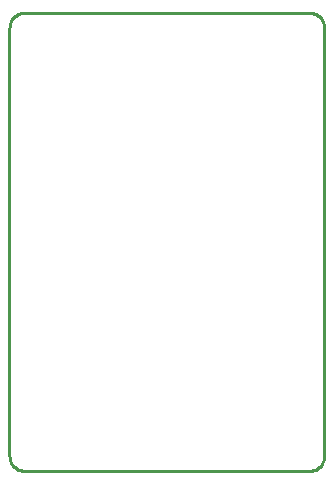
<source format=gbr>
G04 EAGLE Gerber RS-274X export*
G75*
%MOMM*%
%FSLAX34Y34*%
%LPD*%
%IN*%
%IPPOS*%
%AMOC8*
5,1,8,0,0,1.08239X$1,22.5*%
G01*
G04 Define Apertures*
%ADD10C,0.254000*%
D10*
X0Y12700D02*
X48Y11593D01*
X193Y10495D01*
X433Y9413D01*
X766Y8356D01*
X1190Y7333D01*
X1701Y6350D01*
X2297Y5416D01*
X2971Y4537D01*
X3720Y3720D01*
X4537Y2971D01*
X5416Y2297D01*
X6350Y1701D01*
X7333Y1190D01*
X8356Y766D01*
X9413Y433D01*
X10495Y193D01*
X11593Y48D01*
X12700Y0D01*
X253800Y0D01*
X254907Y48D01*
X256005Y193D01*
X257087Y433D01*
X258144Y766D01*
X259167Y1190D01*
X260150Y1701D01*
X261085Y2297D01*
X261964Y2971D01*
X262780Y3720D01*
X263529Y4537D01*
X264203Y5416D01*
X264799Y6350D01*
X265310Y7333D01*
X265734Y8356D01*
X266067Y9413D01*
X266307Y10495D01*
X266452Y11593D01*
X266500Y12700D01*
X266500Y375160D01*
X266452Y376267D01*
X266307Y377365D01*
X266067Y378447D01*
X265734Y379504D01*
X265310Y380527D01*
X264799Y381510D01*
X264203Y382444D01*
X263529Y383323D01*
X262780Y384140D01*
X261964Y384889D01*
X261085Y385563D01*
X260150Y386159D01*
X259167Y386670D01*
X258144Y387094D01*
X257087Y387427D01*
X256005Y387667D01*
X254907Y387812D01*
X253800Y387860D01*
X12700Y387860D01*
X11593Y387812D01*
X10495Y387667D01*
X9413Y387427D01*
X8356Y387094D01*
X7333Y386670D01*
X6350Y386159D01*
X5416Y385563D01*
X4537Y384889D01*
X3720Y384140D01*
X2971Y383323D01*
X2297Y382444D01*
X1701Y381510D01*
X1190Y380527D01*
X766Y379504D01*
X433Y378447D01*
X193Y377365D01*
X48Y376267D01*
X0Y375160D01*
X0Y12700D01*
M02*

</source>
